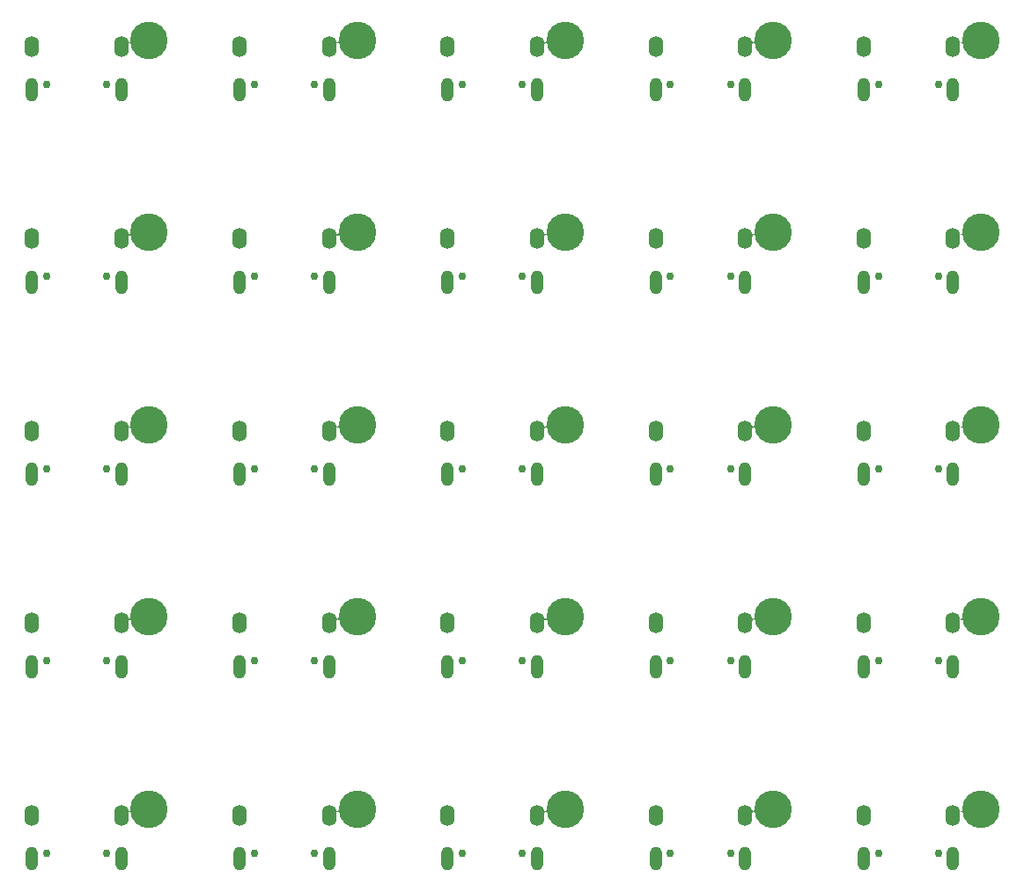
<source format=gbs>
%MOIN*%
%OFA0B0*%
%FSLAX45Y45*%
%IPPOS*%
%LPD*%
%ADD10O,0.04732283464566929X0.090629921259842525*%
%ADD11O,0.055196850393700786X0.078818897637795274*%
%ADD12C,0.029606299212598428*%
%ADD13C,0.14181106299212598*%
%ADD14C,0.0039370078740157488*%
%ADD25O,0.04732283464566929X0.090629921259842525*%
%ADD26O,0.055196850393700786X0.078818897637795274*%
%ADD27C,0.029606299212598428*%
%ADD28C,0.14181106299212598*%
%ADD29C,0.0039370078740157488*%
%ADD30O,0.04732283464566929X0.090629921259842525*%
%ADD31O,0.055196850393700786X0.078818897637795274*%
%ADD32C,0.029606299212598428*%
%ADD33C,0.14181106299212598*%
%ADD34C,0.0039370078740157488*%
%ADD35O,0.04732283464566929X0.090629921259842525*%
%ADD36O,0.055196850393700786X0.078818897637795274*%
%ADD37C,0.029606299212598428*%
%ADD38C,0.14181106299212598*%
%ADD39C,0.0039370078740157488*%
%ADD40O,0.04732283464566929X0.090629921259842525*%
%ADD41O,0.055196850393700786X0.078818897637795274*%
%ADD42C,0.029606299212598428*%
%ADD43C,0.14181106299212598*%
%ADD44C,0.0039370078740157488*%
%ADD45O,0.04732283464566929X0.090629921259842525*%
%ADD46O,0.055196850393700786X0.078818897637795274*%
%ADD47C,0.029606299212598428*%
%ADD48C,0.14181106299212598*%
%ADD49C,0.0039370078740157488*%
%ADD50O,0.04732283464566929X0.090629921259842525*%
%ADD51O,0.055196850393700786X0.078818897637795274*%
%ADD52C,0.029606299212598428*%
%ADD53C,0.14181106299212598*%
%ADD54C,0.0039370078740157488*%
%ADD55O,0.04732283464566929X0.090629921259842525*%
%ADD56O,0.055196850393700786X0.078818897637795274*%
%ADD57C,0.029606299212598428*%
%ADD58C,0.14181106299212598*%
%ADD59C,0.0039370078740157488*%
%ADD60O,0.04732283464566929X0.090629921259842525*%
%ADD61O,0.055196850393700786X0.078818897637795274*%
%ADD62C,0.029606299212598428*%
%ADD63C,0.14181106299212598*%
%ADD64C,0.0039370078740157488*%
%ADD65O,0.04732283464566929X0.090629921259842525*%
%ADD66O,0.055196850393700786X0.078818897637795274*%
%ADD67C,0.029606299212598428*%
%ADD68C,0.14181106299212598*%
%ADD69C,0.0039370078740157488*%
%ADD70O,0.04732283464566929X0.090629921259842525*%
%ADD71O,0.055196850393700786X0.078818897637795274*%
%ADD72C,0.029606299212598428*%
%ADD73C,0.14181106299212598*%
%ADD74C,0.0039370078740157488*%
%ADD75O,0.04732283464566929X0.090629921259842525*%
%ADD76O,0.055196850393700786X0.078818897637795274*%
%ADD77C,0.029606299212598428*%
%ADD78C,0.14181106299212598*%
%ADD79C,0.0039370078740157488*%
%ADD80O,0.04732283464566929X0.090629921259842525*%
%ADD81O,0.055196850393700786X0.078818897637795274*%
%ADD82C,0.029606299212598428*%
%ADD83C,0.14181106299212598*%
%ADD84C,0.0039370078740157488*%
%ADD85O,0.04732283464566929X0.090629921259842525*%
%ADD86O,0.055196850393700786X0.078818897637795274*%
%ADD87C,0.029606299212598428*%
%ADD88C,0.14181106299212598*%
%ADD89C,0.0039370078740157488*%
%ADD90O,0.04732283464566929X0.090629921259842525*%
%ADD91O,0.055196850393700786X0.078818897637795274*%
%ADD92C,0.029606299212598428*%
%ADD93C,0.14181106299212598*%
%ADD94C,0.0039370078740157488*%
%ADD95O,0.04732283464566929X0.090629921259842525*%
%ADD96O,0.055196850393700786X0.078818897637795274*%
%ADD97C,0.029606299212598428*%
%ADD98C,0.14181106299212598*%
%ADD99C,0.0039370078740157488*%
%ADD100O,0.04732283464566929X0.090629921259842525*%
%ADD101O,0.055196850393700786X0.078818897637795274*%
%ADD102C,0.029606299212598428*%
%ADD103C,0.14181106299212598*%
%ADD104C,0.0039370078740157488*%
%ADD105O,0.04732283464566929X0.090629921259842525*%
%ADD106O,0.055196850393700786X0.078818897637795274*%
%ADD107C,0.029606299212598428*%
%ADD108C,0.14181106299212598*%
%ADD109C,0.0039370078740157488*%
%ADD110O,0.04732283464566929X0.090629921259842525*%
%ADD111O,0.055196850393700786X0.078818897637795274*%
%ADD112C,0.029606299212598428*%
%ADD113C,0.14181106299212598*%
%ADD114C,0.0039370078740157488*%
%ADD115O,0.04732283464566929X0.090629921259842525*%
%ADD116O,0.055196850393700786X0.078818897637795274*%
%ADD117C,0.029606299212598428*%
%ADD118C,0.14181106299212598*%
%ADD119C,0.0039370078740157488*%
%ADD120O,0.04732283464566929X0.090629921259842525*%
%ADD121O,0.055196850393700786X0.078818897637795274*%
%ADD122C,0.029606299212598428*%
%ADD123C,0.14181106299212598*%
%ADD124C,0.0039370078740157488*%
%ADD125O,0.04732283464566929X0.090629921259842525*%
%ADD126O,0.055196850393700786X0.078818897637795274*%
%ADD127C,0.029606299212598428*%
%ADD128C,0.14181106299212598*%
%ADD129C,0.0039370078740157488*%
%ADD130O,0.04732283464566929X0.090629921259842525*%
%ADD131O,0.055196850393700786X0.078818897637795274*%
%ADD132C,0.029606299212598428*%
%ADD133C,0.14181106299212598*%
%ADD134C,0.0039370078740157488*%
%ADD135O,0.04732283464566929X0.090629921259842525*%
%ADD136O,0.055196850393700786X0.078818897637795274*%
%ADD137C,0.029606299212598428*%
%ADD138C,0.14181106299212598*%
%ADD139C,0.0039370078740157488*%
%ADD140O,0.04732283464566929X0.090629921259842525*%
%ADD141O,0.055196850393700786X0.078818897637795274*%
%ADD142C,0.029606299212598428*%
%ADD143C,0.14181106299212598*%
%ADD144C,0.0039370078740157488*%
G01*
D10*
X-000086145Y000147858D02*
X000018496Y000038188D03*
D11*
X000018496Y000054724D03*
D12*
X000024047Y000040358D03*
X000046803Y000040358D03*
D11*
X000052354Y000054724D03*
D10*
X000052354Y000038188D03*
D13*
X000062992Y000057086D03*
D14*
G36*
X000055940Y000056852D02*
G01*
X000055943Y000056846D01*
X000055943Y000056392D01*
X000056089Y000055657D01*
X000056087Y000055650D01*
X000056079Y000055649D01*
X000056074Y000055654D01*
X000056053Y000055722D01*
X000056008Y000055806D01*
X000055948Y000055879D01*
X000055875Y000055939D01*
X000055791Y000055984D01*
X000055700Y000056012D01*
X000055606Y000056021D01*
X000055511Y000056012D01*
X000055420Y000055984D01*
X000055337Y000055939D01*
X000055263Y000055879D01*
X000055203Y000055806D01*
X000055158Y000055722D01*
X000055131Y000055631D01*
X000055122Y000055536D01*
X000055117Y000055530D01*
X000055109Y000055530D01*
X000055106Y000055537D01*
X000055106Y000055905D01*
X000055053Y000056442D01*
X000054976Y000056695D01*
X000054978Y000056702D01*
X000054986Y000056704D01*
X000054991Y000056700D01*
X000055018Y000056634D01*
X000055071Y000056555D01*
X000055138Y000056488D01*
X000055217Y000056435D01*
X000055305Y000056399D01*
X000055398Y000056380D01*
X000055493Y000056380D01*
X000055586Y000056399D01*
X000055674Y000056435D01*
X000055753Y000056488D01*
X000055820Y000056555D01*
X000055872Y000056634D01*
X000055909Y000056721D01*
X000055927Y000056847D01*
X000055932Y000056853D01*
X000055940Y000056852D01*
G37*
G04 next file*
G04 #@! TF.GenerationSoftware,KiCad,Pcbnew,(5.1.10)-1*
G04 #@! TF.CreationDate,2021-06-23T20:06:35+07:00*
G04 #@! TF.ProjectId,Daughterboard,44617567-6874-4657-9262-6f6172642e6b,C3*
G04 #@! TF.SameCoordinates,Original*
G04 #@! TF.FileFunction,Soldermask,Bot*
G04 #@! TF.FilePolarity,Negative*
G04 Gerber Fmt 4.5, Leading zero omitted, Abs format (unit mm)*
G04 Created by KiCad (PCBNEW (5.1.10)-1) date 2021-06-23 20:06:35*
G01*
G04 APERTURE LIST*
G04 APERTURE END LIST*
D25*
X-000007405Y000147858D02*
X000097236Y000038188D03*
D26*
X000097236Y000054724D03*
D27*
X000102787Y000040358D03*
X000125543Y000040358D03*
D26*
X000131094Y000054724D03*
D25*
X000131094Y000038188D03*
D28*
X000141732Y000057086D03*
D29*
G36*
X000134680Y000056852D02*
G01*
X000134683Y000056846D01*
X000134683Y000056392D01*
X000134829Y000055657D01*
X000134827Y000055650D01*
X000134819Y000055649D01*
X000134814Y000055654D01*
X000134793Y000055722D01*
X000134749Y000055806D01*
X000134688Y000055879D01*
X000134615Y000055939D01*
X000134531Y000055984D01*
X000134440Y000056012D01*
X000134346Y000056021D01*
X000134251Y000056012D01*
X000134161Y000055984D01*
X000134077Y000055939D01*
X000134004Y000055879D01*
X000133943Y000055806D01*
X000133899Y000055722D01*
X000133871Y000055631D01*
X000133862Y000055536D01*
X000133857Y000055530D01*
X000133849Y000055530D01*
X000133846Y000055537D01*
X000133846Y000055905D01*
X000133793Y000056442D01*
X000133716Y000056695D01*
X000133718Y000056702D01*
X000133726Y000056704D01*
X000133731Y000056700D01*
X000133759Y000056634D01*
X000133811Y000056555D01*
X000133878Y000056488D01*
X000133957Y000056435D01*
X000134045Y000056399D01*
X000134138Y000056380D01*
X000134233Y000056380D01*
X000134326Y000056399D01*
X000134414Y000056435D01*
X000134493Y000056488D01*
X000134560Y000056555D01*
X000134613Y000056634D01*
X000134649Y000056721D01*
X000134668Y000056847D01*
X000134672Y000056853D01*
X000134680Y000056852D01*
G37*
G04 next file*
G04 #@! TF.GenerationSoftware,KiCad,Pcbnew,(5.1.10)-1*
G04 #@! TF.CreationDate,2021-06-23T20:06:35+07:00*
G04 #@! TF.ProjectId,Daughterboard,44617567-6874-4657-9262-6f6172642e6b,C3*
G04 #@! TF.SameCoordinates,Original*
G04 #@! TF.FileFunction,Soldermask,Bot*
G04 #@! TF.FilePolarity,Negative*
G04 Gerber Fmt 4.5, Leading zero omitted, Abs format (unit mm)*
G04 Created by KiCad (PCBNEW (5.1.10)-1) date 2021-06-23 20:06:35*
G01*
G04 APERTURE LIST*
G04 APERTURE END LIST*
D30*
X000071334Y000147858D02*
X000175976Y000038188D03*
D31*
X000175976Y000054724D03*
D32*
X000181527Y000040358D03*
X000204283Y000040358D03*
D31*
X000209834Y000054724D03*
D30*
X000209834Y000038188D03*
D33*
X000220472Y000057086D03*
D34*
G36*
X000213420Y000056852D02*
G01*
X000213423Y000056846D01*
X000213423Y000056392D01*
X000213569Y000055657D01*
X000213567Y000055650D01*
X000213559Y000055649D01*
X000213554Y000055654D01*
X000213533Y000055722D01*
X000213489Y000055806D01*
X000213429Y000055879D01*
X000213355Y000055939D01*
X000213271Y000055984D01*
X000213181Y000056012D01*
X000213086Y000056021D01*
X000212992Y000056012D01*
X000212901Y000055984D01*
X000212817Y000055939D01*
X000212744Y000055879D01*
X000212684Y000055806D01*
X000212639Y000055722D01*
X000212611Y000055631D01*
X000212602Y000055536D01*
X000212597Y000055530D01*
X000212589Y000055530D01*
X000212586Y000055537D01*
X000212586Y000055905D01*
X000212533Y000056442D01*
X000212457Y000056695D01*
X000212458Y000056702D01*
X000212466Y000056704D01*
X000212471Y000056700D01*
X000212499Y000056634D01*
X000212551Y000056555D01*
X000212619Y000056488D01*
X000212698Y000056435D01*
X000212785Y000056399D01*
X000212878Y000056380D01*
X000212973Y000056380D01*
X000213066Y000056399D01*
X000213154Y000056435D01*
X000213233Y000056488D01*
X000213300Y000056555D01*
X000213353Y000056634D01*
X000213389Y000056721D01*
X000213408Y000056847D01*
X000213413Y000056853D01*
X000213420Y000056852D01*
G37*
G04 next file*
G04 #@! TF.GenerationSoftware,KiCad,Pcbnew,(5.1.10)-1*
G04 #@! TF.CreationDate,2021-06-23T20:06:35+07:00*
G04 #@! TF.ProjectId,Daughterboard,44617567-6874-4657-9262-6f6172642e6b,C3*
G04 #@! TF.SameCoordinates,Original*
G04 #@! TF.FileFunction,Soldermask,Bot*
G04 #@! TF.FilePolarity,Negative*
G04 Gerber Fmt 4.5, Leading zero omitted, Abs format (unit mm)*
G04 Created by KiCad (PCBNEW (5.1.10)-1) date 2021-06-23 20:06:35*
G01*
G04 APERTURE LIST*
G04 APERTURE END LIST*
D35*
X000150074Y000147858D02*
X000254716Y000038188D03*
D36*
X000254716Y000054724D03*
D37*
X000260267Y000040358D03*
X000283023Y000040358D03*
D36*
X000288574Y000054724D03*
D35*
X000288574Y000038188D03*
D38*
X000299212Y000057086D03*
D39*
G36*
X000292161Y000056852D02*
G01*
X000292164Y000056846D01*
X000292164Y000056392D01*
X000292310Y000055657D01*
X000292307Y000055650D01*
X000292299Y000055649D01*
X000292294Y000055654D01*
X000292274Y000055722D01*
X000292229Y000055806D01*
X000292169Y000055879D01*
X000292095Y000055939D01*
X000292012Y000055984D01*
X000291921Y000056012D01*
X000291826Y000056021D01*
X000291732Y000056012D01*
X000291641Y000055984D01*
X000291557Y000055939D01*
X000291484Y000055879D01*
X000291424Y000055806D01*
X000291379Y000055722D01*
X000291351Y000055631D01*
X000291342Y000055536D01*
X000291337Y000055530D01*
X000291330Y000055530D01*
X000291326Y000055537D01*
X000291326Y000055905D01*
X000291273Y000056442D01*
X000291197Y000056695D01*
X000291199Y000056702D01*
X000291206Y000056704D01*
X000291212Y000056700D01*
X000291239Y000056634D01*
X000291292Y000056555D01*
X000291359Y000056488D01*
X000291438Y000056435D01*
X000291525Y000056399D01*
X000291618Y000056380D01*
X000291713Y000056380D01*
X000291806Y000056399D01*
X000291894Y000056435D01*
X000291973Y000056488D01*
X000292040Y000056555D01*
X000292093Y000056634D01*
X000292129Y000056721D01*
X000292148Y000056847D01*
X000292153Y000056853D01*
X000292161Y000056852D01*
G37*
G04 next file*
G04 #@! TF.GenerationSoftware,KiCad,Pcbnew,(5.1.10)-1*
G04 #@! TF.CreationDate,2021-06-23T20:06:35+07:00*
G04 #@! TF.ProjectId,Daughterboard,44617567-6874-4657-9262-6f6172642e6b,C3*
G04 #@! TF.SameCoordinates,Original*
G04 #@! TF.FileFunction,Soldermask,Bot*
G04 #@! TF.FilePolarity,Negative*
G04 Gerber Fmt 4.5, Leading zero omitted, Abs format (unit mm)*
G04 Created by KiCad (PCBNEW (5.1.10)-1) date 2021-06-23 20:06:35*
G01*
G04 APERTURE LIST*
G04 APERTURE END LIST*
D40*
X000228814Y000147858D02*
X000333456Y000038188D03*
D41*
X000333456Y000054724D03*
D42*
X000339007Y000040358D03*
X000361763Y000040358D03*
D41*
X000367314Y000054724D03*
D40*
X000367314Y000038188D03*
D43*
X000377952Y000057086D03*
D44*
G36*
X000370901Y000056852D02*
G01*
X000370904Y000056846D01*
X000370904Y000056392D01*
X000371050Y000055657D01*
X000371047Y000055650D01*
X000371040Y000055649D01*
X000371035Y000055654D01*
X000371014Y000055722D01*
X000370969Y000055806D01*
X000370909Y000055879D01*
X000370835Y000055939D01*
X000370752Y000055984D01*
X000370661Y000056012D01*
X000370566Y000056021D01*
X000370472Y000056012D01*
X000370381Y000055984D01*
X000370297Y000055939D01*
X000370224Y000055879D01*
X000370164Y000055806D01*
X000370119Y000055722D01*
X000370091Y000055631D01*
X000370082Y000055536D01*
X000370078Y000055530D01*
X000370070Y000055530D01*
X000370066Y000055537D01*
X000370066Y000055905D01*
X000370014Y000056442D01*
X000369937Y000056695D01*
X000369939Y000056702D01*
X000369946Y000056704D01*
X000369952Y000056700D01*
X000369979Y000056634D01*
X000370032Y000056555D01*
X000370099Y000056488D01*
X000370178Y000056435D01*
X000370266Y000056399D01*
X000370359Y000056380D01*
X000370454Y000056380D01*
X000370547Y000056399D01*
X000370634Y000056435D01*
X000370713Y000056488D01*
X000370780Y000056555D01*
X000370833Y000056634D01*
X000370869Y000056721D01*
X000370888Y000056847D01*
X000370893Y000056853D01*
X000370901Y000056852D01*
G37*
G04 next file*
G04 #@! TF.GenerationSoftware,KiCad,Pcbnew,(5.1.10)-1*
G04 #@! TF.CreationDate,2021-06-23T20:06:35+07:00*
G04 #@! TF.ProjectId,Daughterboard,44617567-6874-4657-9262-6f6172642e6b,C3*
G04 #@! TF.SameCoordinates,Original*
G04 #@! TF.FileFunction,Soldermask,Bot*
G04 #@! TF.FilePolarity,Negative*
G04 Gerber Fmt 4.5, Leading zero omitted, Abs format (unit mm)*
G04 Created by KiCad (PCBNEW (5.1.10)-1) date 2021-06-23 20:06:35*
G01*
G04 APERTURE LIST*
G04 APERTURE END LIST*
D45*
X-000086145Y000220692D02*
X000018496Y000111023D03*
D46*
X000018496Y000127559D03*
D47*
X000024047Y000113192D03*
X000046803Y000113192D03*
D46*
X000052354Y000127559D03*
D45*
X000052354Y000111023D03*
D48*
X000062992Y000129921D03*
D49*
G36*
X000055940Y000129687D02*
G01*
X000055943Y000129681D01*
X000055943Y000129227D01*
X000056089Y000128492D01*
X000056087Y000128485D01*
X000056079Y000128483D01*
X000056074Y000128488D01*
X000056053Y000128557D01*
X000056008Y000128640D01*
X000055948Y000128714D01*
X000055875Y000128774D01*
X000055791Y000128819D01*
X000055700Y000128846D01*
X000055606Y000128856D01*
X000055511Y000128846D01*
X000055420Y000128819D01*
X000055337Y000128774D01*
X000055263Y000128714D01*
X000055203Y000128640D01*
X000055158Y000128557D01*
X000055131Y000128466D01*
X000055122Y000128371D01*
X000055117Y000128364D01*
X000055109Y000128365D01*
X000055106Y000128371D01*
X000055106Y000128739D01*
X000055053Y000129277D01*
X000054976Y000129529D01*
X000054978Y000129537D01*
X000054986Y000129539D01*
X000054991Y000129534D01*
X000055018Y000129468D01*
X000055071Y000129389D01*
X000055138Y000129322D01*
X000055217Y000129270D01*
X000055305Y000129233D01*
X000055398Y000129215D01*
X000055493Y000129215D01*
X000055586Y000129233D01*
X000055674Y000129270D01*
X000055753Y000129322D01*
X000055820Y000129389D01*
X000055872Y000129468D01*
X000055909Y000129556D01*
X000055927Y000129682D01*
X000055932Y000129688D01*
X000055940Y000129687D01*
G37*
G04 next file*
G04 #@! TF.GenerationSoftware,KiCad,Pcbnew,(5.1.10)-1*
G04 #@! TF.CreationDate,2021-06-23T20:06:35+07:00*
G04 #@! TF.ProjectId,Daughterboard,44617567-6874-4657-9262-6f6172642e6b,C3*
G04 #@! TF.SameCoordinates,Original*
G04 #@! TF.FileFunction,Soldermask,Bot*
G04 #@! TF.FilePolarity,Negative*
G04 Gerber Fmt 4.5, Leading zero omitted, Abs format (unit mm)*
G04 Created by KiCad (PCBNEW (5.1.10)-1) date 2021-06-23 20:06:35*
G01*
G04 APERTURE LIST*
G04 APERTURE END LIST*
D50*
X-000086145Y000293527D02*
X000018496Y000183858D03*
D51*
X000018496Y000200393D03*
D52*
X000024047Y000186027D03*
X000046803Y000186027D03*
D51*
X000052354Y000200393D03*
D50*
X000052354Y000183858D03*
D53*
X000062992Y000202755D03*
D54*
G36*
X000055940Y000202521D02*
G01*
X000055943Y000202515D01*
X000055943Y000202061D01*
X000056089Y000201327D01*
X000056087Y000201319D01*
X000056079Y000201318D01*
X000056074Y000201323D01*
X000056053Y000201391D01*
X000056008Y000201475D01*
X000055948Y000201548D01*
X000055875Y000201609D01*
X000055791Y000201653D01*
X000055700Y000201681D01*
X000055606Y000201690D01*
X000055511Y000201681D01*
X000055420Y000201653D01*
X000055337Y000201609D01*
X000055263Y000201548D01*
X000055203Y000201475D01*
X000055158Y000201391D01*
X000055131Y000201301D01*
X000055122Y000201205D01*
X000055117Y000201199D01*
X000055109Y000201200D01*
X000055106Y000201206D01*
X000055106Y000201574D01*
X000055053Y000202111D01*
X000054976Y000202364D01*
X000054978Y000202371D01*
X000054986Y000202374D01*
X000054991Y000202369D01*
X000055018Y000202303D01*
X000055071Y000202224D01*
X000055138Y000202157D01*
X000055217Y000202104D01*
X000055305Y000202068D01*
X000055398Y000202049D01*
X000055493Y000202049D01*
X000055586Y000202068D01*
X000055674Y000202104D01*
X000055753Y000202157D01*
X000055820Y000202224D01*
X000055872Y000202303D01*
X000055909Y000202391D01*
X000055927Y000202516D01*
X000055932Y000202523D01*
X000055940Y000202521D01*
G37*
G04 next file*
G04 #@! TF.GenerationSoftware,KiCad,Pcbnew,(5.1.10)-1*
G04 #@! TF.CreationDate,2021-06-23T20:06:35+07:00*
G04 #@! TF.ProjectId,Daughterboard,44617567-6874-4657-9262-6f6172642e6b,C3*
G04 #@! TF.SameCoordinates,Original*
G04 #@! TF.FileFunction,Soldermask,Bot*
G04 #@! TF.FilePolarity,Negative*
G04 Gerber Fmt 4.5, Leading zero omitted, Abs format (unit mm)*
G04 Created by KiCad (PCBNEW (5.1.10)-1) date 2021-06-23 20:06:35*
G01*
G04 APERTURE LIST*
G04 APERTURE END LIST*
D55*
X-000086145Y000366362D02*
X000018496Y000256692D03*
D56*
X000018496Y000273228D03*
D57*
X000024047Y000258862D03*
X000046803Y000258862D03*
D56*
X000052354Y000273228D03*
D55*
X000052354Y000256692D03*
D58*
X000062992Y000275590D03*
D59*
G36*
X000055940Y000275356D02*
G01*
X000055943Y000275350D01*
X000055943Y000274896D01*
X000056089Y000274161D01*
X000056087Y000274154D01*
X000056079Y000274152D01*
X000056074Y000274158D01*
X000056053Y000274226D01*
X000056008Y000274310D01*
X000055948Y000274383D01*
X000055875Y000274443D01*
X000055791Y000274488D01*
X000055700Y000274516D01*
X000055606Y000274525D01*
X000055511Y000274516D01*
X000055420Y000274488D01*
X000055337Y000274443D01*
X000055263Y000274383D01*
X000055203Y000274310D01*
X000055158Y000274226D01*
X000055131Y000274135D01*
X000055122Y000274040D01*
X000055117Y000274034D01*
X000055109Y000274034D01*
X000055106Y000274041D01*
X000055106Y000274409D01*
X000055053Y000274946D01*
X000054976Y000275198D01*
X000054978Y000275206D01*
X000054986Y000275208D01*
X000054991Y000275204D01*
X000055018Y000275138D01*
X000055071Y000275059D01*
X000055138Y000274992D01*
X000055217Y000274939D01*
X000055305Y000274903D01*
X000055398Y000274884D01*
X000055493Y000274884D01*
X000055586Y000274903D01*
X000055674Y000274939D01*
X000055753Y000274992D01*
X000055820Y000275059D01*
X000055872Y000275138D01*
X000055909Y000275225D01*
X000055927Y000275351D01*
X000055932Y000275357D01*
X000055940Y000275356D01*
G37*
G04 next file*
G04 #@! TF.GenerationSoftware,KiCad,Pcbnew,(5.1.10)-1*
G04 #@! TF.CreationDate,2021-06-23T20:06:35+07:00*
G04 #@! TF.ProjectId,Daughterboard,44617567-6874-4657-9262-6f6172642e6b,C3*
G04 #@! TF.SameCoordinates,Original*
G04 #@! TF.FileFunction,Soldermask,Bot*
G04 #@! TF.FilePolarity,Negative*
G04 Gerber Fmt 4.5, Leading zero omitted, Abs format (unit mm)*
G04 Created by KiCad (PCBNEW (5.1.10)-1) date 2021-06-23 20:06:35*
G01*
G04 APERTURE LIST*
G04 APERTURE END LIST*
D60*
X-000086145Y000439196D02*
X000018496Y000329527D03*
D61*
X000018496Y000346062D03*
D62*
X000024047Y000331696D03*
X000046803Y000331696D03*
D61*
X000052354Y000346062D03*
D60*
X000052354Y000329527D03*
D63*
X000062992Y000348425D03*
D64*
G36*
X000055940Y000348191D02*
G01*
X000055943Y000348185D01*
X000055943Y000347730D01*
X000056089Y000346996D01*
X000056087Y000346989D01*
X000056079Y000346987D01*
X000056074Y000346992D01*
X000056053Y000347061D01*
X000056008Y000347144D01*
X000055948Y000347218D01*
X000055875Y000347278D01*
X000055791Y000347323D01*
X000055700Y000347350D01*
X000055606Y000347360D01*
X000055511Y000347350D01*
X000055420Y000347323D01*
X000055337Y000347278D01*
X000055263Y000347218D01*
X000055203Y000347144D01*
X000055158Y000347061D01*
X000055131Y000346970D01*
X000055122Y000346875D01*
X000055117Y000346868D01*
X000055109Y000346869D01*
X000055106Y000346875D01*
X000055106Y000347243D01*
X000055053Y000347780D01*
X000054976Y000348033D01*
X000054978Y000348041D01*
X000054986Y000348043D01*
X000054991Y000348038D01*
X000055018Y000347972D01*
X000055071Y000347893D01*
X000055138Y000347826D01*
X000055217Y000347774D01*
X000055305Y000347737D01*
X000055398Y000347719D01*
X000055493Y000347719D01*
X000055586Y000347737D01*
X000055674Y000347774D01*
X000055753Y000347826D01*
X000055820Y000347893D01*
X000055872Y000347972D01*
X000055909Y000348060D01*
X000055927Y000348186D01*
X000055932Y000348192D01*
X000055940Y000348191D01*
G37*
G04 next file*
G04 #@! TF.GenerationSoftware,KiCad,Pcbnew,(5.1.10)-1*
G04 #@! TF.CreationDate,2021-06-23T20:06:35+07:00*
G04 #@! TF.ProjectId,Daughterboard,44617567-6874-4657-9262-6f6172642e6b,C3*
G04 #@! TF.SameCoordinates,Original*
G04 #@! TF.FileFunction,Soldermask,Bot*
G04 #@! TF.FilePolarity,Negative*
G04 Gerber Fmt 4.5, Leading zero omitted, Abs format (unit mm)*
G04 Created by KiCad (PCBNEW (5.1.10)-1) date 2021-06-23 20:06:35*
G01*
G04 APERTURE LIST*
G04 APERTURE END LIST*
D65*
X-000007405Y000220692D02*
X000097236Y000111023D03*
D66*
X000097236Y000127559D03*
D67*
X000102787Y000113192D03*
X000125543Y000113192D03*
D66*
X000131094Y000127559D03*
D65*
X000131094Y000111023D03*
D68*
X000141732Y000129921D03*
D69*
G36*
X000134680Y000129687D02*
G01*
X000134683Y000129681D01*
X000134683Y000129227D01*
X000134829Y000128492D01*
X000134827Y000128485D01*
X000134819Y000128483D01*
X000134814Y000128488D01*
X000134793Y000128557D01*
X000134749Y000128640D01*
X000134688Y000128714D01*
X000134615Y000128774D01*
X000134531Y000128819D01*
X000134440Y000128846D01*
X000134346Y000128856D01*
X000134251Y000128846D01*
X000134161Y000128819D01*
X000134077Y000128774D01*
X000134004Y000128714D01*
X000133943Y000128640D01*
X000133899Y000128557D01*
X000133871Y000128466D01*
X000133862Y000128371D01*
X000133857Y000128364D01*
X000133849Y000128365D01*
X000133846Y000128371D01*
X000133846Y000128739D01*
X000133793Y000129277D01*
X000133716Y000129529D01*
X000133718Y000129537D01*
X000133726Y000129539D01*
X000133731Y000129534D01*
X000133759Y000129468D01*
X000133811Y000129389D01*
X000133878Y000129322D01*
X000133957Y000129270D01*
X000134045Y000129233D01*
X000134138Y000129215D01*
X000134233Y000129215D01*
X000134326Y000129233D01*
X000134414Y000129270D01*
X000134493Y000129322D01*
X000134560Y000129389D01*
X000134613Y000129468D01*
X000134649Y000129556D01*
X000134668Y000129682D01*
X000134672Y000129688D01*
X000134680Y000129687D01*
G37*
G04 next file*
G04 #@! TF.GenerationSoftware,KiCad,Pcbnew,(5.1.10)-1*
G04 #@! TF.CreationDate,2021-06-23T20:06:35+07:00*
G04 #@! TF.ProjectId,Daughterboard,44617567-6874-4657-9262-6f6172642e6b,C3*
G04 #@! TF.SameCoordinates,Original*
G04 #@! TF.FileFunction,Soldermask,Bot*
G04 #@! TF.FilePolarity,Negative*
G04 Gerber Fmt 4.5, Leading zero omitted, Abs format (unit mm)*
G04 Created by KiCad (PCBNEW (5.1.10)-1) date 2021-06-23 20:06:35*
G01*
G04 APERTURE LIST*
G04 APERTURE END LIST*
D70*
X000071334Y000220692D02*
X000175976Y000111023D03*
D71*
X000175976Y000127559D03*
D72*
X000181527Y000113192D03*
X000204283Y000113192D03*
D71*
X000209834Y000127559D03*
D70*
X000209834Y000111023D03*
D73*
X000220472Y000129921D03*
D74*
G36*
X000213420Y000129687D02*
G01*
X000213423Y000129681D01*
X000213423Y000129227D01*
X000213569Y000128492D01*
X000213567Y000128485D01*
X000213559Y000128483D01*
X000213554Y000128488D01*
X000213533Y000128557D01*
X000213489Y000128640D01*
X000213429Y000128714D01*
X000213355Y000128774D01*
X000213271Y000128819D01*
X000213181Y000128846D01*
X000213086Y000128856D01*
X000212992Y000128846D01*
X000212901Y000128819D01*
X000212817Y000128774D01*
X000212744Y000128714D01*
X000212684Y000128640D01*
X000212639Y000128557D01*
X000212611Y000128466D01*
X000212602Y000128371D01*
X000212597Y000128364D01*
X000212589Y000128365D01*
X000212586Y000128371D01*
X000212586Y000128739D01*
X000212533Y000129277D01*
X000212457Y000129529D01*
X000212458Y000129537D01*
X000212466Y000129539D01*
X000212471Y000129534D01*
X000212499Y000129468D01*
X000212551Y000129389D01*
X000212619Y000129322D01*
X000212698Y000129270D01*
X000212785Y000129233D01*
X000212878Y000129215D01*
X000212973Y000129215D01*
X000213066Y000129233D01*
X000213154Y000129270D01*
X000213233Y000129322D01*
X000213300Y000129389D01*
X000213353Y000129468D01*
X000213389Y000129556D01*
X000213408Y000129682D01*
X000213413Y000129688D01*
X000213420Y000129687D01*
G37*
G04 next file*
G04 #@! TF.GenerationSoftware,KiCad,Pcbnew,(5.1.10)-1*
G04 #@! TF.CreationDate,2021-06-23T20:06:35+07:00*
G04 #@! TF.ProjectId,Daughterboard,44617567-6874-4657-9262-6f6172642e6b,C3*
G04 #@! TF.SameCoordinates,Original*
G04 #@! TF.FileFunction,Soldermask,Bot*
G04 #@! TF.FilePolarity,Negative*
G04 Gerber Fmt 4.5, Leading zero omitted, Abs format (unit mm)*
G04 Created by KiCad (PCBNEW (5.1.10)-1) date 2021-06-23 20:06:35*
G01*
G04 APERTURE LIST*
G04 APERTURE END LIST*
D75*
X000150074Y000220692D02*
X000254716Y000111023D03*
D76*
X000254716Y000127559D03*
D77*
X000260267Y000113192D03*
X000283023Y000113192D03*
D76*
X000288574Y000127559D03*
D75*
X000288574Y000111023D03*
D78*
X000299212Y000129921D03*
D79*
G36*
X000292161Y000129687D02*
G01*
X000292164Y000129681D01*
X000292164Y000129227D01*
X000292310Y000128492D01*
X000292307Y000128485D01*
X000292299Y000128483D01*
X000292294Y000128488D01*
X000292274Y000128557D01*
X000292229Y000128640D01*
X000292169Y000128714D01*
X000292095Y000128774D01*
X000292012Y000128819D01*
X000291921Y000128846D01*
X000291826Y000128856D01*
X000291732Y000128846D01*
X000291641Y000128819D01*
X000291557Y000128774D01*
X000291484Y000128714D01*
X000291424Y000128640D01*
X000291379Y000128557D01*
X000291351Y000128466D01*
X000291342Y000128371D01*
X000291337Y000128364D01*
X000291330Y000128365D01*
X000291326Y000128371D01*
X000291326Y000128739D01*
X000291273Y000129277D01*
X000291197Y000129529D01*
X000291199Y000129537D01*
X000291206Y000129539D01*
X000291212Y000129534D01*
X000291239Y000129468D01*
X000291292Y000129389D01*
X000291359Y000129322D01*
X000291438Y000129270D01*
X000291525Y000129233D01*
X000291618Y000129215D01*
X000291713Y000129215D01*
X000291806Y000129233D01*
X000291894Y000129270D01*
X000291973Y000129322D01*
X000292040Y000129389D01*
X000292093Y000129468D01*
X000292129Y000129556D01*
X000292148Y000129682D01*
X000292153Y000129688D01*
X000292161Y000129687D01*
G37*
G04 next file*
G04 #@! TF.GenerationSoftware,KiCad,Pcbnew,(5.1.10)-1*
G04 #@! TF.CreationDate,2021-06-23T20:06:35+07:00*
G04 #@! TF.ProjectId,Daughterboard,44617567-6874-4657-9262-6f6172642e6b,C3*
G04 #@! TF.SameCoordinates,Original*
G04 #@! TF.FileFunction,Soldermask,Bot*
G04 #@! TF.FilePolarity,Negative*
G04 Gerber Fmt 4.5, Leading zero omitted, Abs format (unit mm)*
G04 Created by KiCad (PCBNEW (5.1.10)-1) date 2021-06-23 20:06:35*
G01*
G04 APERTURE LIST*
G04 APERTURE END LIST*
D80*
X000228814Y000220692D02*
X000333456Y000111023D03*
D81*
X000333456Y000127559D03*
D82*
X000339007Y000113192D03*
X000361763Y000113192D03*
D81*
X000367314Y000127559D03*
D80*
X000367314Y000111023D03*
D83*
X000377952Y000129921D03*
D84*
G36*
X000370901Y000129687D02*
G01*
X000370904Y000129681D01*
X000370904Y000129227D01*
X000371050Y000128492D01*
X000371047Y000128485D01*
X000371040Y000128483D01*
X000371035Y000128488D01*
X000371014Y000128557D01*
X000370969Y000128640D01*
X000370909Y000128714D01*
X000370835Y000128774D01*
X000370752Y000128819D01*
X000370661Y000128846D01*
X000370566Y000128856D01*
X000370472Y000128846D01*
X000370381Y000128819D01*
X000370297Y000128774D01*
X000370224Y000128714D01*
X000370164Y000128640D01*
X000370119Y000128557D01*
X000370091Y000128466D01*
X000370082Y000128371D01*
X000370078Y000128364D01*
X000370070Y000128365D01*
X000370066Y000128371D01*
X000370066Y000128739D01*
X000370014Y000129277D01*
X000369937Y000129529D01*
X000369939Y000129537D01*
X000369946Y000129539D01*
X000369952Y000129534D01*
X000369979Y000129468D01*
X000370032Y000129389D01*
X000370099Y000129322D01*
X000370178Y000129270D01*
X000370266Y000129233D01*
X000370359Y000129215D01*
X000370454Y000129215D01*
X000370547Y000129233D01*
X000370634Y000129270D01*
X000370713Y000129322D01*
X000370780Y000129389D01*
X000370833Y000129468D01*
X000370869Y000129556D01*
X000370888Y000129682D01*
X000370893Y000129688D01*
X000370901Y000129687D01*
G37*
G04 next file*
G04 #@! TF.GenerationSoftware,KiCad,Pcbnew,(5.1.10)-1*
G04 #@! TF.CreationDate,2021-06-23T20:06:35+07:00*
G04 #@! TF.ProjectId,Daughterboard,44617567-6874-4657-9262-6f6172642e6b,C3*
G04 #@! TF.SameCoordinates,Original*
G04 #@! TF.FileFunction,Soldermask,Bot*
G04 #@! TF.FilePolarity,Negative*
G04 Gerber Fmt 4.5, Leading zero omitted, Abs format (unit mm)*
G04 Created by KiCad (PCBNEW (5.1.10)-1) date 2021-06-23 20:06:35*
G01*
G04 APERTURE LIST*
G04 APERTURE END LIST*
D85*
X-000007405Y000293527D02*
X000097236Y000183858D03*
D86*
X000097236Y000200393D03*
D87*
X000102787Y000186027D03*
X000125543Y000186027D03*
D86*
X000131094Y000200393D03*
D85*
X000131094Y000183858D03*
D88*
X000141732Y000202755D03*
D89*
G36*
X000134680Y000202521D02*
G01*
X000134683Y000202515D01*
X000134683Y000202061D01*
X000134829Y000201327D01*
X000134827Y000201319D01*
X000134819Y000201318D01*
X000134814Y000201323D01*
X000134793Y000201391D01*
X000134749Y000201475D01*
X000134688Y000201548D01*
X000134615Y000201609D01*
X000134531Y000201653D01*
X000134440Y000201681D01*
X000134346Y000201690D01*
X000134251Y000201681D01*
X000134161Y000201653D01*
X000134077Y000201609D01*
X000134004Y000201548D01*
X000133943Y000201475D01*
X000133899Y000201391D01*
X000133871Y000201301D01*
X000133862Y000201205D01*
X000133857Y000201199D01*
X000133849Y000201200D01*
X000133846Y000201206D01*
X000133846Y000201574D01*
X000133793Y000202111D01*
X000133716Y000202364D01*
X000133718Y000202371D01*
X000133726Y000202374D01*
X000133731Y000202369D01*
X000133759Y000202303D01*
X000133811Y000202224D01*
X000133878Y000202157D01*
X000133957Y000202104D01*
X000134045Y000202068D01*
X000134138Y000202049D01*
X000134233Y000202049D01*
X000134326Y000202068D01*
X000134414Y000202104D01*
X000134493Y000202157D01*
X000134560Y000202224D01*
X000134613Y000202303D01*
X000134649Y000202391D01*
X000134668Y000202516D01*
X000134672Y000202523D01*
X000134680Y000202521D01*
G37*
G04 next file*
G04 #@! TF.GenerationSoftware,KiCad,Pcbnew,(5.1.10)-1*
G04 #@! TF.CreationDate,2021-06-23T20:06:35+07:00*
G04 #@! TF.ProjectId,Daughterboard,44617567-6874-4657-9262-6f6172642e6b,C3*
G04 #@! TF.SameCoordinates,Original*
G04 #@! TF.FileFunction,Soldermask,Bot*
G04 #@! TF.FilePolarity,Negative*
G04 Gerber Fmt 4.5, Leading zero omitted, Abs format (unit mm)*
G04 Created by KiCad (PCBNEW (5.1.10)-1) date 2021-06-23 20:06:35*
G01*
G04 APERTURE LIST*
G04 APERTURE END LIST*
D90*
X-000007405Y000366362D02*
X000097236Y000256692D03*
D91*
X000097236Y000273228D03*
D92*
X000102787Y000258862D03*
X000125543Y000258862D03*
D91*
X000131094Y000273228D03*
D90*
X000131094Y000256692D03*
D93*
X000141732Y000275590D03*
D94*
G36*
X000134680Y000275356D02*
G01*
X000134683Y000275350D01*
X000134683Y000274896D01*
X000134829Y000274161D01*
X000134827Y000274154D01*
X000134819Y000274152D01*
X000134814Y000274158D01*
X000134793Y000274226D01*
X000134749Y000274310D01*
X000134688Y000274383D01*
X000134615Y000274443D01*
X000134531Y000274488D01*
X000134440Y000274516D01*
X000134346Y000274525D01*
X000134251Y000274516D01*
X000134161Y000274488D01*
X000134077Y000274443D01*
X000134004Y000274383D01*
X000133943Y000274310D01*
X000133899Y000274226D01*
X000133871Y000274135D01*
X000133862Y000274040D01*
X000133857Y000274034D01*
X000133849Y000274034D01*
X000133846Y000274041D01*
X000133846Y000274409D01*
X000133793Y000274946D01*
X000133716Y000275198D01*
X000133718Y000275206D01*
X000133726Y000275208D01*
X000133731Y000275204D01*
X000133759Y000275138D01*
X000133811Y000275059D01*
X000133878Y000274992D01*
X000133957Y000274939D01*
X000134045Y000274903D01*
X000134138Y000274884D01*
X000134233Y000274884D01*
X000134326Y000274903D01*
X000134414Y000274939D01*
X000134493Y000274992D01*
X000134560Y000275059D01*
X000134613Y000275138D01*
X000134649Y000275225D01*
X000134668Y000275351D01*
X000134672Y000275357D01*
X000134680Y000275356D01*
G37*
G04 next file*
G04 #@! TF.GenerationSoftware,KiCad,Pcbnew,(5.1.10)-1*
G04 #@! TF.CreationDate,2021-06-23T20:06:35+07:00*
G04 #@! TF.ProjectId,Daughterboard,44617567-6874-4657-9262-6f6172642e6b,C3*
G04 #@! TF.SameCoordinates,Original*
G04 #@! TF.FileFunction,Soldermask,Bot*
G04 #@! TF.FilePolarity,Negative*
G04 Gerber Fmt 4.5, Leading zero omitted, Abs format (unit mm)*
G04 Created by KiCad (PCBNEW (5.1.10)-1) date 2021-06-23 20:06:35*
G01*
G04 APERTURE LIST*
G04 APERTURE END LIST*
D95*
X-000007405Y000439196D02*
X000097236Y000329527D03*
D96*
X000097236Y000346062D03*
D97*
X000102787Y000331696D03*
X000125543Y000331696D03*
D96*
X000131094Y000346062D03*
D95*
X000131094Y000329527D03*
D98*
X000141732Y000348425D03*
D99*
G36*
X000134680Y000348191D02*
G01*
X000134683Y000348185D01*
X000134683Y000347730D01*
X000134829Y000346996D01*
X000134827Y000346989D01*
X000134819Y000346987D01*
X000134814Y000346992D01*
X000134793Y000347061D01*
X000134749Y000347144D01*
X000134688Y000347218D01*
X000134615Y000347278D01*
X000134531Y000347323D01*
X000134440Y000347350D01*
X000134346Y000347360D01*
X000134251Y000347350D01*
X000134161Y000347323D01*
X000134077Y000347278D01*
X000134004Y000347218D01*
X000133943Y000347144D01*
X000133899Y000347061D01*
X000133871Y000346970D01*
X000133862Y000346875D01*
X000133857Y000346868D01*
X000133849Y000346869D01*
X000133846Y000346875D01*
X000133846Y000347243D01*
X000133793Y000347780D01*
X000133716Y000348033D01*
X000133718Y000348041D01*
X000133726Y000348043D01*
X000133731Y000348038D01*
X000133759Y000347972D01*
X000133811Y000347893D01*
X000133878Y000347826D01*
X000133957Y000347774D01*
X000134045Y000347737D01*
X000134138Y000347719D01*
X000134233Y000347719D01*
X000134326Y000347737D01*
X000134414Y000347774D01*
X000134493Y000347826D01*
X000134560Y000347893D01*
X000134613Y000347972D01*
X000134649Y000348060D01*
X000134668Y000348186D01*
X000134672Y000348192D01*
X000134680Y000348191D01*
G37*
G04 next file*
G04 #@! TF.GenerationSoftware,KiCad,Pcbnew,(5.1.10)-1*
G04 #@! TF.CreationDate,2021-06-23T20:06:35+07:00*
G04 #@! TF.ProjectId,Daughterboard,44617567-6874-4657-9262-6f6172642e6b,C3*
G04 #@! TF.SameCoordinates,Original*
G04 #@! TF.FileFunction,Soldermask,Bot*
G04 #@! TF.FilePolarity,Negative*
G04 Gerber Fmt 4.5, Leading zero omitted, Abs format (unit mm)*
G04 Created by KiCad (PCBNEW (5.1.10)-1) date 2021-06-23 20:06:35*
G01*
G04 APERTURE LIST*
G04 APERTURE END LIST*
D100*
X000071334Y000293527D02*
X000175976Y000183858D03*
D101*
X000175976Y000200393D03*
D102*
X000181527Y000186027D03*
X000204283Y000186027D03*
D101*
X000209834Y000200393D03*
D100*
X000209834Y000183858D03*
D103*
X000220472Y000202755D03*
D104*
G36*
X000213420Y000202521D02*
G01*
X000213423Y000202515D01*
X000213423Y000202061D01*
X000213569Y000201327D01*
X000213567Y000201319D01*
X000213559Y000201318D01*
X000213554Y000201323D01*
X000213533Y000201391D01*
X000213489Y000201475D01*
X000213429Y000201548D01*
X000213355Y000201609D01*
X000213271Y000201653D01*
X000213181Y000201681D01*
X000213086Y000201690D01*
X000212992Y000201681D01*
X000212901Y000201653D01*
X000212817Y000201609D01*
X000212744Y000201548D01*
X000212684Y000201475D01*
X000212639Y000201391D01*
X000212611Y000201301D01*
X000212602Y000201205D01*
X000212597Y000201199D01*
X000212589Y000201200D01*
X000212586Y000201206D01*
X000212586Y000201574D01*
X000212533Y000202111D01*
X000212457Y000202364D01*
X000212458Y000202371D01*
X000212466Y000202374D01*
X000212471Y000202369D01*
X000212499Y000202303D01*
X000212551Y000202224D01*
X000212619Y000202157D01*
X000212698Y000202104D01*
X000212785Y000202068D01*
X000212878Y000202049D01*
X000212973Y000202049D01*
X000213066Y000202068D01*
X000213154Y000202104D01*
X000213233Y000202157D01*
X000213300Y000202224D01*
X000213353Y000202303D01*
X000213389Y000202391D01*
X000213408Y000202516D01*
X000213413Y000202523D01*
X000213420Y000202521D01*
G37*
G04 next file*
G04 #@! TF.GenerationSoftware,KiCad,Pcbnew,(5.1.10)-1*
G04 #@! TF.CreationDate,2021-06-23T20:06:35+07:00*
G04 #@! TF.ProjectId,Daughterboard,44617567-6874-4657-9262-6f6172642e6b,C3*
G04 #@! TF.SameCoordinates,Original*
G04 #@! TF.FileFunction,Soldermask,Bot*
G04 #@! TF.FilePolarity,Negative*
G04 Gerber Fmt 4.5, Leading zero omitted, Abs format (unit mm)*
G04 Created by KiCad (PCBNEW (5.1.10)-1) date 2021-06-23 20:06:35*
G01*
G04 APERTURE LIST*
G04 APERTURE END LIST*
D105*
X000150074Y000293527D02*
X000254716Y000183858D03*
D106*
X000254716Y000200393D03*
D107*
X000260267Y000186027D03*
X000283023Y000186027D03*
D106*
X000288574Y000200393D03*
D105*
X000288574Y000183858D03*
D108*
X000299212Y000202755D03*
D109*
G36*
X000292161Y000202521D02*
G01*
X000292164Y000202515D01*
X000292164Y000202061D01*
X000292310Y000201327D01*
X000292307Y000201319D01*
X000292299Y000201318D01*
X000292294Y000201323D01*
X000292274Y000201391D01*
X000292229Y000201475D01*
X000292169Y000201548D01*
X000292095Y000201609D01*
X000292012Y000201653D01*
X000291921Y000201681D01*
X000291826Y000201690D01*
X000291732Y000201681D01*
X000291641Y000201653D01*
X000291557Y000201609D01*
X000291484Y000201548D01*
X000291424Y000201475D01*
X000291379Y000201391D01*
X000291351Y000201301D01*
X000291342Y000201205D01*
X000291337Y000201199D01*
X000291330Y000201200D01*
X000291326Y000201206D01*
X000291326Y000201574D01*
X000291273Y000202111D01*
X000291197Y000202364D01*
X000291199Y000202371D01*
X000291206Y000202374D01*
X000291212Y000202369D01*
X000291239Y000202303D01*
X000291292Y000202224D01*
X000291359Y000202157D01*
X000291438Y000202104D01*
X000291525Y000202068D01*
X000291618Y000202049D01*
X000291713Y000202049D01*
X000291806Y000202068D01*
X000291894Y000202104D01*
X000291973Y000202157D01*
X000292040Y000202224D01*
X000292093Y000202303D01*
X000292129Y000202391D01*
X000292148Y000202516D01*
X000292153Y000202523D01*
X000292161Y000202521D01*
G37*
G04 next file*
G04 #@! TF.GenerationSoftware,KiCad,Pcbnew,(5.1.10)-1*
G04 #@! TF.CreationDate,2021-06-23T20:06:35+07:00*
G04 #@! TF.ProjectId,Daughterboard,44617567-6874-4657-9262-6f6172642e6b,C3*
G04 #@! TF.SameCoordinates,Original*
G04 #@! TF.FileFunction,Soldermask,Bot*
G04 #@! TF.FilePolarity,Negative*
G04 Gerber Fmt 4.5, Leading zero omitted, Abs format (unit mm)*
G04 Created by KiCad (PCBNEW (5.1.10)-1) date 2021-06-23 20:06:35*
G01*
G04 APERTURE LIST*
G04 APERTURE END LIST*
D110*
X000228814Y000293527D02*
X000333456Y000183858D03*
D111*
X000333456Y000200393D03*
D112*
X000339007Y000186027D03*
X000361763Y000186027D03*
D111*
X000367314Y000200393D03*
D110*
X000367314Y000183858D03*
D113*
X000377952Y000202755D03*
D114*
G36*
X000370901Y000202521D02*
G01*
X000370904Y000202515D01*
X000370904Y000202061D01*
X000371050Y000201327D01*
X000371047Y000201319D01*
X000371040Y000201318D01*
X000371035Y000201323D01*
X000371014Y000201391D01*
X000370969Y000201475D01*
X000370909Y000201548D01*
X000370835Y000201609D01*
X000370752Y000201653D01*
X000370661Y000201681D01*
X000370566Y000201690D01*
X000370472Y000201681D01*
X000370381Y000201653D01*
X000370297Y000201609D01*
X000370224Y000201548D01*
X000370164Y000201475D01*
X000370119Y000201391D01*
X000370091Y000201301D01*
X000370082Y000201205D01*
X000370078Y000201199D01*
X000370070Y000201200D01*
X000370066Y000201206D01*
X000370066Y000201574D01*
X000370014Y000202111D01*
X000369937Y000202364D01*
X000369939Y000202371D01*
X000369946Y000202374D01*
X000369952Y000202369D01*
X000369979Y000202303D01*
X000370032Y000202224D01*
X000370099Y000202157D01*
X000370178Y000202104D01*
X000370266Y000202068D01*
X000370359Y000202049D01*
X000370454Y000202049D01*
X000370547Y000202068D01*
X000370634Y000202104D01*
X000370713Y000202157D01*
X000370780Y000202224D01*
X000370833Y000202303D01*
X000370869Y000202391D01*
X000370888Y000202516D01*
X000370893Y000202523D01*
X000370901Y000202521D01*
G37*
G04 next file*
G04 #@! TF.GenerationSoftware,KiCad,Pcbnew,(5.1.10)-1*
G04 #@! TF.CreationDate,2021-06-23T20:06:35+07:00*
G04 #@! TF.ProjectId,Daughterboard,44617567-6874-4657-9262-6f6172642e6b,C3*
G04 #@! TF.SameCoordinates,Original*
G04 #@! TF.FileFunction,Soldermask,Bot*
G04 #@! TF.FilePolarity,Negative*
G04 Gerber Fmt 4.5, Leading zero omitted, Abs format (unit mm)*
G04 Created by KiCad (PCBNEW (5.1.10)-1) date 2021-06-23 20:06:35*
G01*
G04 APERTURE LIST*
G04 APERTURE END LIST*
D115*
X000071334Y000366362D02*
X000175976Y000256692D03*
D116*
X000175976Y000273228D03*
D117*
X000181527Y000258862D03*
X000204283Y000258862D03*
D116*
X000209834Y000273228D03*
D115*
X000209834Y000256692D03*
D118*
X000220472Y000275590D03*
D119*
G36*
X000213420Y000275356D02*
G01*
X000213423Y000275350D01*
X000213423Y000274896D01*
X000213569Y000274161D01*
X000213567Y000274154D01*
X000213559Y000274152D01*
X000213554Y000274158D01*
X000213533Y000274226D01*
X000213489Y000274310D01*
X000213429Y000274383D01*
X000213355Y000274443D01*
X000213271Y000274488D01*
X000213181Y000274516D01*
X000213086Y000274525D01*
X000212992Y000274516D01*
X000212901Y000274488D01*
X000212817Y000274443D01*
X000212744Y000274383D01*
X000212684Y000274310D01*
X000212639Y000274226D01*
X000212611Y000274135D01*
X000212602Y000274040D01*
X000212597Y000274034D01*
X000212589Y000274034D01*
X000212586Y000274041D01*
X000212586Y000274409D01*
X000212533Y000274946D01*
X000212457Y000275198D01*
X000212458Y000275206D01*
X000212466Y000275208D01*
X000212471Y000275204D01*
X000212499Y000275138D01*
X000212551Y000275059D01*
X000212619Y000274992D01*
X000212698Y000274939D01*
X000212785Y000274903D01*
X000212878Y000274884D01*
X000212973Y000274884D01*
X000213066Y000274903D01*
X000213154Y000274939D01*
X000213233Y000274992D01*
X000213300Y000275059D01*
X000213353Y000275138D01*
X000213389Y000275225D01*
X000213408Y000275351D01*
X000213413Y000275357D01*
X000213420Y000275356D01*
G37*
G04 next file*
G04 #@! TF.GenerationSoftware,KiCad,Pcbnew,(5.1.10)-1*
G04 #@! TF.CreationDate,2021-06-23T20:06:35+07:00*
G04 #@! TF.ProjectId,Daughterboard,44617567-6874-4657-9262-6f6172642e6b,C3*
G04 #@! TF.SameCoordinates,Original*
G04 #@! TF.FileFunction,Soldermask,Bot*
G04 #@! TF.FilePolarity,Negative*
G04 Gerber Fmt 4.5, Leading zero omitted, Abs format (unit mm)*
G04 Created by KiCad (PCBNEW (5.1.10)-1) date 2021-06-23 20:06:35*
G01*
G04 APERTURE LIST*
G04 APERTURE END LIST*
D120*
X000071334Y000439196D02*
X000175976Y000329527D03*
D121*
X000175976Y000346062D03*
D122*
X000181527Y000331696D03*
X000204283Y000331696D03*
D121*
X000209834Y000346062D03*
D120*
X000209834Y000329527D03*
D123*
X000220472Y000348425D03*
D124*
G36*
X000213420Y000348191D02*
G01*
X000213423Y000348185D01*
X000213423Y000347730D01*
X000213569Y000346996D01*
X000213567Y000346989D01*
X000213559Y000346987D01*
X000213554Y000346992D01*
X000213533Y000347061D01*
X000213489Y000347144D01*
X000213429Y000347218D01*
X000213355Y000347278D01*
X000213271Y000347323D01*
X000213181Y000347350D01*
X000213086Y000347360D01*
X000212992Y000347350D01*
X000212901Y000347323D01*
X000212817Y000347278D01*
X000212744Y000347218D01*
X000212684Y000347144D01*
X000212639Y000347061D01*
X000212611Y000346970D01*
X000212602Y000346875D01*
X000212597Y000346868D01*
X000212589Y000346869D01*
X000212586Y000346875D01*
X000212586Y000347243D01*
X000212533Y000347780D01*
X000212457Y000348033D01*
X000212458Y000348041D01*
X000212466Y000348043D01*
X000212471Y000348038D01*
X000212499Y000347972D01*
X000212551Y000347893D01*
X000212619Y000347826D01*
X000212698Y000347774D01*
X000212785Y000347737D01*
X000212878Y000347719D01*
X000212973Y000347719D01*
X000213066Y000347737D01*
X000213154Y000347774D01*
X000213233Y000347826D01*
X000213300Y000347893D01*
X000213353Y000347972D01*
X000213389Y000348060D01*
X000213408Y000348186D01*
X000213413Y000348192D01*
X000213420Y000348191D01*
G37*
G04 next file*
G04 #@! TF.GenerationSoftware,KiCad,Pcbnew,(5.1.10)-1*
G04 #@! TF.CreationDate,2021-06-23T20:06:35+07:00*
G04 #@! TF.ProjectId,Daughterboard,44617567-6874-4657-9262-6f6172642e6b,C3*
G04 #@! TF.SameCoordinates,Original*
G04 #@! TF.FileFunction,Soldermask,Bot*
G04 #@! TF.FilePolarity,Negative*
G04 Gerber Fmt 4.5, Leading zero omitted, Abs format (unit mm)*
G04 Created by KiCad (PCBNEW (5.1.10)-1) date 2021-06-23 20:06:35*
G01*
G04 APERTURE LIST*
G04 APERTURE END LIST*
D125*
X000150074Y000366362D02*
X000254716Y000256692D03*
D126*
X000254716Y000273228D03*
D127*
X000260267Y000258862D03*
X000283023Y000258862D03*
D126*
X000288574Y000273228D03*
D125*
X000288574Y000256692D03*
D128*
X000299212Y000275590D03*
D129*
G36*
X000292161Y000275356D02*
G01*
X000292164Y000275350D01*
X000292164Y000274896D01*
X000292310Y000274161D01*
X000292307Y000274154D01*
X000292299Y000274152D01*
X000292294Y000274158D01*
X000292274Y000274226D01*
X000292229Y000274310D01*
X000292169Y000274383D01*
X000292095Y000274443D01*
X000292012Y000274488D01*
X000291921Y000274516D01*
X000291826Y000274525D01*
X000291732Y000274516D01*
X000291641Y000274488D01*
X000291557Y000274443D01*
X000291484Y000274383D01*
X000291424Y000274310D01*
X000291379Y000274226D01*
X000291351Y000274135D01*
X000291342Y000274040D01*
X000291337Y000274034D01*
X000291330Y000274034D01*
X000291326Y000274041D01*
X000291326Y000274409D01*
X000291273Y000274946D01*
X000291197Y000275198D01*
X000291199Y000275206D01*
X000291206Y000275208D01*
X000291212Y000275204D01*
X000291239Y000275138D01*
X000291292Y000275059D01*
X000291359Y000274992D01*
X000291438Y000274939D01*
X000291525Y000274903D01*
X000291618Y000274884D01*
X000291713Y000274884D01*
X000291806Y000274903D01*
X000291894Y000274939D01*
X000291973Y000274992D01*
X000292040Y000275059D01*
X000292093Y000275138D01*
X000292129Y000275225D01*
X000292148Y000275351D01*
X000292153Y000275357D01*
X000292161Y000275356D01*
G37*
G04 next file*
G04 #@! TF.GenerationSoftware,KiCad,Pcbnew,(5.1.10)-1*
G04 #@! TF.CreationDate,2021-06-23T20:06:35+07:00*
G04 #@! TF.ProjectId,Daughterboard,44617567-6874-4657-9262-6f6172642e6b,C3*
G04 #@! TF.SameCoordinates,Original*
G04 #@! TF.FileFunction,Soldermask,Bot*
G04 #@! TF.FilePolarity,Negative*
G04 Gerber Fmt 4.5, Leading zero omitted, Abs format (unit mm)*
G04 Created by KiCad (PCBNEW (5.1.10)-1) date 2021-06-23 20:06:35*
G01*
G04 APERTURE LIST*
G04 APERTURE END LIST*
D130*
X000228814Y000366362D02*
X000333456Y000256692D03*
D131*
X000333456Y000273228D03*
D132*
X000339007Y000258862D03*
X000361763Y000258862D03*
D131*
X000367314Y000273228D03*
D130*
X000367314Y000256692D03*
D133*
X000377952Y000275590D03*
D134*
G36*
X000370901Y000275356D02*
G01*
X000370904Y000275350D01*
X000370904Y000274896D01*
X000371050Y000274161D01*
X000371047Y000274154D01*
X000371040Y000274152D01*
X000371035Y000274158D01*
X000371014Y000274226D01*
X000370969Y000274310D01*
X000370909Y000274383D01*
X000370835Y000274443D01*
X000370752Y000274488D01*
X000370661Y000274516D01*
X000370566Y000274525D01*
X000370472Y000274516D01*
X000370381Y000274488D01*
X000370297Y000274443D01*
X000370224Y000274383D01*
X000370164Y000274310D01*
X000370119Y000274226D01*
X000370091Y000274135D01*
X000370082Y000274040D01*
X000370078Y000274034D01*
X000370070Y000274034D01*
X000370066Y000274041D01*
X000370066Y000274409D01*
X000370014Y000274946D01*
X000369937Y000275198D01*
X000369939Y000275206D01*
X000369946Y000275208D01*
X000369952Y000275204D01*
X000369979Y000275138D01*
X000370032Y000275059D01*
X000370099Y000274992D01*
X000370178Y000274939D01*
X000370266Y000274903D01*
X000370359Y000274884D01*
X000370454Y000274884D01*
X000370547Y000274903D01*
X000370634Y000274939D01*
X000370713Y000274992D01*
X000370780Y000275059D01*
X000370833Y000275138D01*
X000370869Y000275225D01*
X000370888Y000275351D01*
X000370893Y000275357D01*
X000370901Y000275356D01*
G37*
G04 next file*
G04 #@! TF.GenerationSoftware,KiCad,Pcbnew,(5.1.10)-1*
G04 #@! TF.CreationDate,2021-06-23T20:06:35+07:00*
G04 #@! TF.ProjectId,Daughterboard,44617567-6874-4657-9262-6f6172642e6b,C3*
G04 #@! TF.SameCoordinates,Original*
G04 #@! TF.FileFunction,Soldermask,Bot*
G04 #@! TF.FilePolarity,Negative*
G04 Gerber Fmt 4.5, Leading zero omitted, Abs format (unit mm)*
G04 Created by KiCad (PCBNEW (5.1.10)-1) date 2021-06-23 20:06:35*
G01*
G04 APERTURE LIST*
G04 APERTURE END LIST*
D135*
X000150074Y000439196D02*
X000254716Y000329527D03*
D136*
X000254716Y000346062D03*
D137*
X000260267Y000331696D03*
X000283023Y000331696D03*
D136*
X000288574Y000346062D03*
D135*
X000288574Y000329527D03*
D138*
X000299212Y000348425D03*
D139*
G36*
X000292161Y000348191D02*
G01*
X000292164Y000348185D01*
X000292164Y000347730D01*
X000292310Y000346996D01*
X000292307Y000346989D01*
X000292299Y000346987D01*
X000292294Y000346992D01*
X000292274Y000347061D01*
X000292229Y000347144D01*
X000292169Y000347218D01*
X000292095Y000347278D01*
X000292012Y000347323D01*
X000291921Y000347350D01*
X000291826Y000347360D01*
X000291732Y000347350D01*
X000291641Y000347323D01*
X000291557Y000347278D01*
X000291484Y000347218D01*
X000291424Y000347144D01*
X000291379Y000347061D01*
X000291351Y000346970D01*
X000291342Y000346875D01*
X000291337Y000346868D01*
X000291330Y000346869D01*
X000291326Y000346875D01*
X000291326Y000347243D01*
X000291273Y000347780D01*
X000291197Y000348033D01*
X000291199Y000348041D01*
X000291206Y000348043D01*
X000291212Y000348038D01*
X000291239Y000347972D01*
X000291292Y000347893D01*
X000291359Y000347826D01*
X000291438Y000347774D01*
X000291525Y000347737D01*
X000291618Y000347719D01*
X000291713Y000347719D01*
X000291806Y000347737D01*
X000291894Y000347774D01*
X000291973Y000347826D01*
X000292040Y000347893D01*
X000292093Y000347972D01*
X000292129Y000348060D01*
X000292148Y000348186D01*
X000292153Y000348192D01*
X000292161Y000348191D01*
G37*
G04 next file*
G04 #@! TF.GenerationSoftware,KiCad,Pcbnew,(5.1.10)-1*
G04 #@! TF.CreationDate,2021-06-23T20:06:35+07:00*
G04 #@! TF.ProjectId,Daughterboard,44617567-6874-4657-9262-6f6172642e6b,C3*
G04 #@! TF.SameCoordinates,Original*
G04 #@! TF.FileFunction,Soldermask,Bot*
G04 #@! TF.FilePolarity,Negative*
G04 Gerber Fmt 4.5, Leading zero omitted, Abs format (unit mm)*
G04 Created by KiCad (PCBNEW (5.1.10)-1) date 2021-06-23 20:06:35*
G01*
G04 APERTURE LIST*
G04 APERTURE END LIST*
D140*
X000228814Y000439196D02*
X000333456Y000329527D03*
D141*
X000333456Y000346062D03*
D142*
X000339007Y000331696D03*
X000361763Y000331696D03*
D141*
X000367314Y000346062D03*
D140*
X000367314Y000329527D03*
D143*
X000377952Y000348425D03*
D144*
G36*
X000370901Y000348191D02*
G01*
X000370904Y000348185D01*
X000370904Y000347730D01*
X000371050Y000346996D01*
X000371047Y000346989D01*
X000371040Y000346987D01*
X000371035Y000346992D01*
X000371014Y000347061D01*
X000370969Y000347144D01*
X000370909Y000347218D01*
X000370835Y000347278D01*
X000370752Y000347323D01*
X000370661Y000347350D01*
X000370566Y000347360D01*
X000370472Y000347350D01*
X000370381Y000347323D01*
X000370297Y000347278D01*
X000370224Y000347218D01*
X000370164Y000347144D01*
X000370119Y000347061D01*
X000370091Y000346970D01*
X000370082Y000346875D01*
X000370078Y000346868D01*
X000370070Y000346869D01*
X000370066Y000346875D01*
X000370066Y000347243D01*
X000370014Y000347780D01*
X000369937Y000348033D01*
X000369939Y000348041D01*
X000369946Y000348043D01*
X000369952Y000348038D01*
X000369979Y000347972D01*
X000370032Y000347893D01*
X000370099Y000347826D01*
X000370178Y000347774D01*
X000370266Y000347737D01*
X000370359Y000347719D01*
X000370454Y000347719D01*
X000370547Y000347737D01*
X000370634Y000347774D01*
X000370713Y000347826D01*
X000370780Y000347893D01*
X000370833Y000347972D01*
X000370869Y000348060D01*
X000370888Y000348186D01*
X000370893Y000348192D01*
X000370901Y000348191D01*
G37*
M02*
</source>
